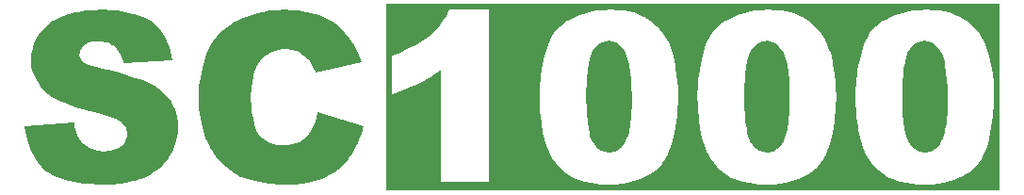
<source format=gto>
G04 Layer_Color=15132400*
%FSLAX25Y25*%
%MOIN*%
G70*
G01*
G75*
G36*
X526776Y104799D02*
X309524D01*
Y170697D01*
X526776D01*
Y104799D01*
D02*
G37*
G36*
X211239Y168588D02*
X212223D01*
X213317Y168478D01*
X214520Y168369D01*
X215832Y168150D01*
X218675Y167603D01*
X221628Y166838D01*
X224362Y165744D01*
X225674Y165088D01*
X226877Y164323D01*
X226987D01*
X227096Y164104D01*
X227862Y163557D01*
X228846Y162463D01*
X230049Y161042D01*
X230705Y160167D01*
X231252Y159183D01*
X231908Y157980D01*
X232455Y156777D01*
X233002Y155464D01*
X233439Y154043D01*
X233767Y152402D01*
X234095Y150762D01*
X216598Y149778D01*
Y149996D01*
X216488Y150434D01*
X216269Y151199D01*
X215941Y152074D01*
X215504Y152949D01*
X215067Y153933D01*
X214410Y154918D01*
X213645Y155683D01*
X213535Y155792D01*
X213207Y156011D01*
X212770Y156230D01*
X212114Y156667D01*
X211239Y156995D01*
X210145Y157214D01*
X208942Y157433D01*
X207521Y157542D01*
X206974D01*
X206427Y157433D01*
X205662Y157324D01*
X204021Y156995D01*
X203256Y156558D01*
X202600Y156121D01*
X202490Y156011D01*
X202381Y155902D01*
X201834Y155246D01*
X201287Y154152D01*
X201178Y153496D01*
X201068Y152840D01*
Y152730D01*
Y152621D01*
X201287Y151965D01*
X201615Y151090D01*
X201943Y150653D01*
X202381Y150215D01*
X202490D01*
X202709Y149996D01*
X203037Y149778D01*
X203693Y149450D01*
X204459Y149121D01*
X205552Y148793D01*
X206865Y148356D01*
X208505Y148028D01*
X208614D01*
X209052Y147919D01*
X209708Y147809D01*
X210473Y147590D01*
X211458Y147372D01*
X212661Y147044D01*
X213973Y146716D01*
X215285Y146388D01*
X218129Y145622D01*
X221081Y144638D01*
X223706Y143654D01*
X224909Y143216D01*
X226003Y142669D01*
X226112D01*
X226221Y142560D01*
X226877Y142232D01*
X227752Y141685D01*
X228955Y140919D01*
X230158Y139935D01*
X231470Y138842D01*
X232674Y137529D01*
X233658Y136108D01*
X233767Y135889D01*
X233986Y135451D01*
X234423Y134577D01*
X234861Y133483D01*
X235298Y132171D01*
X235736Y130749D01*
X235954Y128999D01*
X236064Y127250D01*
Y127140D01*
Y127031D01*
Y126703D01*
Y126265D01*
X235845Y125172D01*
X235626Y123750D01*
X235298Y122110D01*
X234642Y120250D01*
X233876Y118391D01*
X232783Y116532D01*
X232674Y116314D01*
X232236Y115767D01*
X231470Y114892D01*
X230486Y113798D01*
X229174Y112595D01*
X227643Y111392D01*
X225893Y110299D01*
X223815Y109205D01*
X223706D01*
X223597Y109096D01*
X223269Y108986D01*
X222831Y108877D01*
X222284Y108658D01*
X221519Y108440D01*
X220753Y108221D01*
X219878Y108002D01*
X217800Y107565D01*
X215285Y107127D01*
X212551Y106909D01*
X209380Y106799D01*
X207958D01*
X206865Y106909D01*
X205662Y107018D01*
X204240Y107127D01*
X202709Y107237D01*
X200959Y107565D01*
X197460Y108221D01*
X193960Y109205D01*
X192320Y109861D01*
X190789Y110736D01*
X189367Y111611D01*
X188164Y112595D01*
X188055Y112705D01*
X187945Y112923D01*
X187617Y113251D01*
X187289Y113689D01*
X186852Y114236D01*
X186305Y114892D01*
X185758Y115767D01*
X185211Y116642D01*
X184008Y118829D01*
X182915Y121453D01*
X182149Y124297D01*
X181821Y125937D01*
X181602Y127578D01*
X199209Y128781D01*
Y128562D01*
X199319Y128015D01*
X199428Y127250D01*
X199756Y126375D01*
X200412Y124188D01*
X200959Y123094D01*
X201506Y122219D01*
X201615Y122110D01*
X202053Y121672D01*
X202709Y121125D01*
X203584Y120469D01*
X204787Y119704D01*
X206208Y119157D01*
X207849Y118719D01*
X209708Y118610D01*
X210364D01*
X211020Y118719D01*
X212004Y118829D01*
X212989Y119047D01*
X213973Y119376D01*
X214957Y119813D01*
X215832Y120360D01*
X215941Y120469D01*
X216160Y120688D01*
X216488Y121125D01*
X216926Y121563D01*
X217363Y122219D01*
X217691Y122985D01*
X217910Y123859D01*
X218019Y124734D01*
Y124844D01*
Y125172D01*
X217910Y125609D01*
X217800Y126156D01*
X217472Y126812D01*
X217144Y127468D01*
X216598Y128234D01*
X215941Y128890D01*
X215832Y128999D01*
X215504Y129218D01*
X214848Y129546D01*
X213973Y129983D01*
X212661Y130530D01*
X211020Y131186D01*
X210036Y131515D01*
X208942Y131733D01*
X207739Y132061D01*
X206427Y132389D01*
X206318D01*
X205880Y132499D01*
X205224Y132718D01*
X204459Y132827D01*
X203474Y133155D01*
X202271Y133483D01*
X201068Y133811D01*
X199756Y134249D01*
X196803Y135342D01*
X193960Y136545D01*
X191335Y137967D01*
X190132Y138732D01*
X189039Y139607D01*
Y139717D01*
X188820Y139826D01*
X188273Y140373D01*
X187398Y141357D01*
X186524Y142779D01*
X185539Y144419D01*
X184664Y146388D01*
X184118Y148575D01*
X184008Y149778D01*
X183899Y151090D01*
Y151199D01*
Y151309D01*
Y151856D01*
X184008Y152840D01*
X184227Y153933D01*
X184555Y155246D01*
X184993Y156777D01*
X185649Y158308D01*
X186524Y159839D01*
X186633Y160057D01*
X187070Y160495D01*
X187726Y161260D01*
X188601Y162245D01*
X189695Y163229D01*
X191117Y164323D01*
X192757Y165307D01*
X194616Y166291D01*
X194726D01*
X194835Y166400D01*
X195163Y166510D01*
X195600Y166619D01*
X196147Y166838D01*
X196803Y167057D01*
X197569Y167275D01*
X198444Y167494D01*
X199428Y167713D01*
X200631Y167931D01*
X203146Y168369D01*
X206099Y168588D01*
X209380Y168697D01*
X210473D01*
X211239Y168588D01*
D02*
G37*
G36*
X275324D02*
X276308D01*
X277402Y168478D01*
X278605Y168369D01*
X279917Y168150D01*
X282870Y167603D01*
X285822Y166728D01*
X288666Y165635D01*
X289978Y164869D01*
X291290Y164104D01*
X291400D01*
X291618Y163885D01*
X291947Y163666D01*
X292384Y163229D01*
X292931Y162792D01*
X293587Y162135D01*
X294243Y161479D01*
X295009Y160604D01*
X295774Y159730D01*
X296540Y158636D01*
X297415Y157542D01*
X298180Y156230D01*
X298946Y154808D01*
X299711Y153387D01*
X300367Y151746D01*
X301024Y149996D01*
X284619Y146388D01*
Y146497D01*
X284510Y146825D01*
X284291Y147372D01*
X284073Y147919D01*
X283417Y149231D01*
X283088Y149778D01*
X282760Y150324D01*
X282651Y150434D01*
X282542Y150653D01*
X282104Y151090D01*
X281667Y151528D01*
X280464Y152621D01*
X278933Y153605D01*
X278823Y153715D01*
X278605Y153824D01*
X278058Y154043D01*
X277511Y154262D01*
X276746Y154480D01*
X275871Y154589D01*
X274886Y154808D01*
X273246D01*
X272918Y154699D01*
X271715Y154589D01*
X270293Y154152D01*
X268762Y153605D01*
X267122Y152621D01*
X265591Y151418D01*
X264935Y150543D01*
X264279Y149668D01*
X264169Y149450D01*
X263841Y149012D01*
X263513Y148028D01*
X263076Y146825D01*
X262529Y145185D01*
X262201Y143216D01*
X261873Y140810D01*
X261763Y137967D01*
Y137857D01*
Y137529D01*
Y136983D01*
Y136326D01*
X261873Y135561D01*
Y134577D01*
X262091Y132499D01*
X262529Y130312D01*
X262966Y128015D01*
X263732Y125937D01*
X264169Y125062D01*
X264716Y124297D01*
X264825Y124188D01*
X265263Y123750D01*
X266028Y123203D01*
X266903Y122547D01*
X268106Y121782D01*
X269637Y121235D01*
X271278Y120797D01*
X273246Y120688D01*
X274121D01*
X275105Y120797D01*
X276308Y121016D01*
X277620Y121453D01*
X278933Y121891D01*
X280245Y122656D01*
X281339Y123641D01*
X281448Y123750D01*
X281776Y124188D01*
X282323Y124844D01*
X282870Y125828D01*
X283526Y127031D01*
X284182Y128562D01*
X284838Y130312D01*
X285385Y132389D01*
X301570Y127359D01*
Y127250D01*
X301461Y127031D01*
X301352Y126703D01*
X301242Y126265D01*
X300914Y124953D01*
X300258Y123422D01*
X299602Y121563D01*
X298618Y119704D01*
X297633Y117845D01*
X296321Y115986D01*
X296212Y115767D01*
X295665Y115220D01*
X294899Y114454D01*
X293915Y113361D01*
X292603Y112267D01*
X291181Y111174D01*
X289431Y110080D01*
X287572Y109096D01*
X287463D01*
X287353Y108986D01*
X287025Y108877D01*
X286697Y108768D01*
X285494Y108330D01*
X283963Y108002D01*
X282104Y107565D01*
X279808Y107127D01*
X277183Y106909D01*
X274340Y106799D01*
X272699D01*
X271824Y106909D01*
X270950D01*
X269856Y107018D01*
X268653Y107127D01*
X266138Y107455D01*
X263404Y108002D01*
X260779Y108658D01*
X258264Y109533D01*
X258154D01*
X258045Y109643D01*
X257717Y109861D01*
X257279Y110080D01*
X256077Y110845D01*
X254655Y111830D01*
X253014Y113251D01*
X251155Y114892D01*
X249406Y116970D01*
X247656Y119485D01*
Y119594D01*
X247437Y119813D01*
X247218Y120250D01*
X247000Y120797D01*
X246672Y121453D01*
X246234Y122328D01*
X245797Y123313D01*
X245469Y124515D01*
X245031Y125718D01*
X244594Y127140D01*
X244266Y128671D01*
X243828Y130312D01*
X243609Y132061D01*
X243391Y133921D01*
X243172Y137857D01*
Y138076D01*
Y138514D01*
X243281Y139279D01*
Y140263D01*
X243391Y141576D01*
X243609Y142997D01*
X243828Y144528D01*
X244156Y146278D01*
X244594Y148137D01*
X245141Y149996D01*
X245687Y151856D01*
X246453Y153824D01*
X247437Y155683D01*
X248421Y157433D01*
X249624Y159183D01*
X251046Y160714D01*
X251155Y160823D01*
X251374Y161042D01*
X251921Y161479D01*
X252468Y161917D01*
X253343Y162573D01*
X254327Y163229D01*
X255420Y163995D01*
X256842Y164760D01*
X258264Y165416D01*
X260014Y166182D01*
X261873Y166838D01*
X263841Y167494D01*
X266028Y167931D01*
X268325Y168369D01*
X270840Y168588D01*
X273465Y168697D01*
X274558D01*
X275324Y168588D01*
D02*
G37*
%LPC*%
G36*
X445708Y168697D02*
X444724D01*
X442427Y168588D01*
X440240Y168369D01*
X438272Y168041D01*
X436413Y167603D01*
X434772Y167057D01*
X433241Y166510D01*
X431820Y165854D01*
X430617Y165307D01*
X429523Y164651D01*
X428539Y163995D01*
X427773Y163448D01*
X427117Y162901D01*
X426570Y162463D01*
X426242Y162135D01*
X426023Y161917D01*
X425914Y161807D01*
X424821Y160386D01*
X423946Y158855D01*
X423071Y157105D01*
X422415Y155246D01*
X421321Y151309D01*
X420556Y147372D01*
X420337Y145513D01*
X420118Y143763D01*
X420009Y142122D01*
X419899Y140701D01*
X419790Y139607D01*
Y138732D01*
Y138186D01*
Y137967D01*
X419899Y135451D01*
X420009Y133046D01*
X420227Y130858D01*
X420446Y128999D01*
X420665Y127359D01*
X420774Y126156D01*
X420884Y125718D01*
X420993Y125390D01*
Y125281D01*
Y125172D01*
X421430Y123203D01*
X421977Y121344D01*
X422524Y119813D01*
X423071Y118610D01*
X423508Y117517D01*
X423946Y116860D01*
X424164Y116314D01*
X424274Y116204D01*
X425477Y114564D01*
X426789Y113142D01*
X427992Y111939D01*
X429304Y110955D01*
X430289Y110189D01*
X431164Y109643D01*
X431710Y109315D01*
X431929Y109205D01*
X433788Y108440D01*
X435866Y107783D01*
X437944Y107346D01*
X439912Y107127D01*
X441662Y106909D01*
X442318D01*
X442974Y106799D01*
X444287D01*
X446693Y106909D01*
X448989Y107127D01*
X451067Y107455D01*
X452926Y108002D01*
X454676Y108549D01*
X456207Y109205D01*
X457629Y109861D01*
X458832Y110627D01*
X459925Y111283D01*
X460800Y111939D01*
X461565Y112595D01*
X462222Y113142D01*
X462769Y113689D01*
X463097Y114017D01*
X463206Y114236D01*
X463315Y114345D01*
X464299Y115876D01*
X465174Y117517D01*
X465940Y119376D01*
X466596Y121235D01*
X467580Y125172D01*
X468236Y129109D01*
X468455Y130968D01*
X468565Y132608D01*
X468674Y134139D01*
X468783Y135561D01*
X468893Y136654D01*
Y137420D01*
Y137967D01*
Y138186D01*
X468783Y140810D01*
X468674Y143435D01*
X468346Y145731D01*
X468018Y147809D01*
X467690Y149559D01*
X467580Y150324D01*
X467471Y150871D01*
X467362Y151418D01*
X467252Y151746D01*
X467143Y151965D01*
Y152074D01*
X466815Y153387D01*
X466377Y154480D01*
X466049Y155574D01*
X465721Y156449D01*
X465393Y157214D01*
X465065Y157761D01*
X464956Y158089D01*
X464846Y158198D01*
X463643Y160167D01*
X462987Y161042D01*
X462331Y161698D01*
X461784Y162354D01*
X461347Y162792D01*
X461019Y163120D01*
X460909Y163229D01*
X459925Y164104D01*
X458941Y164869D01*
X457847Y165525D01*
X456863Y166072D01*
X455988Y166510D01*
X455223Y166947D01*
X454785Y167057D01*
X454566Y167166D01*
X453035Y167713D01*
X451395Y168041D01*
X449755Y168369D01*
X448224Y168478D01*
X446802Y168588D01*
X445708Y168697D01*
D02*
G37*
G36*
X389825D02*
X388841D01*
X386545Y168588D01*
X384357Y168369D01*
X382389Y168041D01*
X380530Y167603D01*
X378889Y167057D01*
X377358Y166510D01*
X375937Y165854D01*
X374734Y165307D01*
X373640Y164651D01*
X372656Y163995D01*
X371890Y163448D01*
X371234Y162901D01*
X370687Y162463D01*
X370359Y162135D01*
X370141Y161917D01*
X370031Y161807D01*
X368938Y160386D01*
X368063Y158855D01*
X367188Y157105D01*
X366532Y155246D01*
X365438Y151309D01*
X364673Y147372D01*
X364454Y145513D01*
X364235Y143763D01*
X364126Y142122D01*
X364016Y140701D01*
X363907Y139607D01*
Y138732D01*
Y138186D01*
Y137967D01*
X364016Y135451D01*
X364126Y133046D01*
X364345Y130858D01*
X364563Y128999D01*
X364782Y127359D01*
X364891Y126156D01*
X365001Y125718D01*
X365110Y125390D01*
Y125281D01*
Y125172D01*
X365547Y123203D01*
X366094Y121344D01*
X366641Y119813D01*
X367188Y118610D01*
X367625Y117517D01*
X368063Y116860D01*
X368282Y116314D01*
X368391Y116204D01*
X369594Y114564D01*
X370906Y113142D01*
X372109Y111939D01*
X373421Y110955D01*
X374406Y110189D01*
X375280Y109643D01*
X375827Y109315D01*
X376046Y109205D01*
X377905Y108440D01*
X379983Y107783D01*
X382061Y107346D01*
X384029Y107127D01*
X385779Y106909D01*
X386435D01*
X387091Y106799D01*
X388404D01*
X390810Y106909D01*
X393106Y107127D01*
X395184Y107455D01*
X397043Y108002D01*
X398793Y108549D01*
X400324Y109205D01*
X401746Y109861D01*
X402949Y110627D01*
X404042Y111283D01*
X404917Y111939D01*
X405683Y112595D01*
X406339Y113142D01*
X406886Y113689D01*
X407214Y114017D01*
X407323Y114236D01*
X407432Y114345D01*
X408417Y115876D01*
X409292Y117517D01*
X410057Y119376D01*
X410713Y121235D01*
X411697Y125172D01*
X412354Y129109D01*
X412572Y130968D01*
X412682Y132608D01*
X412791Y134139D01*
X412900Y135561D01*
X413010Y136654D01*
Y137420D01*
Y137967D01*
Y138186D01*
X412900Y140810D01*
X412791Y143435D01*
X412463Y145731D01*
X412135Y147809D01*
X411807Y149559D01*
X411697Y150324D01*
X411588Y150871D01*
X411479Y151418D01*
X411369Y151746D01*
X411260Y151965D01*
Y152074D01*
X410932Y153387D01*
X410494Y154480D01*
X410166Y155574D01*
X409838Y156449D01*
X409510Y157214D01*
X409182Y157761D01*
X409073Y158089D01*
X408963Y158198D01*
X407760Y160167D01*
X407104Y161042D01*
X406448Y161698D01*
X405901Y162354D01*
X405464Y162792D01*
X405136Y163120D01*
X405026Y163229D01*
X404042Y164104D01*
X403058Y164869D01*
X401964Y165525D01*
X400980Y166072D01*
X400105Y166510D01*
X399340Y166947D01*
X398902Y167057D01*
X398684Y167166D01*
X397152Y167713D01*
X395512Y168041D01*
X393872Y168369D01*
X392341Y168478D01*
X390919Y168588D01*
X389825Y168697D01*
D02*
G37*
G36*
X345863D02*
X332083D01*
X330990Y166619D01*
X329787Y164760D01*
X328584Y163120D01*
X327381Y161807D01*
X326287Y160604D01*
X325412Y159729D01*
X324866Y159292D01*
X324756Y159073D01*
X324647D01*
X322788Y157652D01*
X320601Y156449D01*
X318413Y155355D01*
X316336Y154371D01*
X314476Y153605D01*
X313601Y153277D01*
X312945Y152949D01*
X312289Y152840D01*
X311852Y152621D01*
X311633Y152512D01*
X311524D01*
Y138951D01*
X313601Y139607D01*
X315461Y140154D01*
X316992Y140810D01*
X318413Y141357D01*
X319507Y141794D01*
X320382Y142122D01*
X320819Y142341D01*
X321038Y142451D01*
X322460Y143216D01*
X323881Y144091D01*
X325303Y144966D01*
X326506Y145731D01*
X327490Y146497D01*
X328365Y147044D01*
X328802Y147481D01*
X329021Y147590D01*
Y107783D01*
X345863D01*
Y168697D01*
D02*
G37*
G36*
X501591D02*
X500607D01*
X498311Y168588D01*
X496123Y168369D01*
X494155Y168041D01*
X492296Y167603D01*
X490655Y167057D01*
X489124Y166510D01*
X487703Y165854D01*
X486500Y165307D01*
X485406Y164651D01*
X484422Y163995D01*
X483656Y163448D01*
X483000Y162901D01*
X482453Y162463D01*
X482125Y162135D01*
X481907Y161917D01*
X481797Y161807D01*
X480703Y160386D01*
X479829Y158855D01*
X478954Y157105D01*
X478298Y155246D01*
X477204Y151309D01*
X476439Y147372D01*
X476220Y145513D01*
X476001Y143763D01*
X475892Y142122D01*
X475782Y140701D01*
X475673Y139607D01*
Y138732D01*
Y138186D01*
Y137967D01*
X475782Y135451D01*
X475892Y133046D01*
X476110Y130858D01*
X476329Y128999D01*
X476548Y127359D01*
X476657Y126156D01*
X476767Y125718D01*
X476876Y125390D01*
Y125281D01*
Y125172D01*
X477313Y123203D01*
X477860Y121344D01*
X478407Y119813D01*
X478954Y118610D01*
X479391Y117517D01*
X479829Y116860D01*
X480047Y116314D01*
X480157Y116204D01*
X481360Y114564D01*
X482672Y113142D01*
X483875Y111939D01*
X485187Y110955D01*
X486172Y110189D01*
X487046Y109643D01*
X487593Y109315D01*
X487812Y109205D01*
X489671Y108440D01*
X491749Y107783D01*
X493827Y107346D01*
X495795Y107127D01*
X497545Y106909D01*
X498201D01*
X498857Y106799D01*
X500170D01*
X502576Y106909D01*
X504872Y107127D01*
X506950Y107455D01*
X508809Y108002D01*
X510559Y108549D01*
X512090Y109205D01*
X513512Y109861D01*
X514714Y110627D01*
X515808Y111283D01*
X516683Y111939D01*
X517449Y112595D01*
X518105Y113142D01*
X518651Y113689D01*
X518980Y114017D01*
X519089Y114236D01*
X519198Y114345D01*
X520183Y115876D01*
X521057Y117517D01*
X521823Y119376D01*
X522479Y121235D01*
X523463Y125172D01*
X524120Y129109D01*
X524338Y130968D01*
X524447Y132608D01*
X524557Y134139D01*
X524666Y135561D01*
X524776Y136654D01*
Y137420D01*
Y137967D01*
Y138186D01*
X524666Y140810D01*
X524557Y143435D01*
X524229Y145731D01*
X523901Y147809D01*
X523573Y149559D01*
X523463Y150324D01*
X523354Y150871D01*
X523245Y151418D01*
X523135Y151746D01*
X523026Y151965D01*
Y152074D01*
X522698Y153387D01*
X522260Y154480D01*
X521932Y155574D01*
X521604Y156449D01*
X521276Y157214D01*
X520948Y157761D01*
X520839Y158089D01*
X520729Y158198D01*
X519526Y160167D01*
X518870Y161042D01*
X518214Y161698D01*
X517667Y162354D01*
X517230Y162792D01*
X516902Y163120D01*
X516792Y163229D01*
X515808Y164104D01*
X514824Y164869D01*
X513730Y165525D01*
X512746Y166072D01*
X511871Y166510D01*
X511106Y166947D01*
X510668Y167057D01*
X510450Y167166D01*
X508918Y167713D01*
X507278Y168041D01*
X505638Y168369D01*
X504107Y168478D01*
X502685Y168588D01*
X501591Y168697D01*
D02*
G37*
%LPD*%
G36*
X501482Y157433D02*
X502685Y156995D01*
X503779Y156339D01*
X504653Y155574D01*
X505310Y154808D01*
X505747Y154152D01*
X506075Y153715D01*
X506184Y153496D01*
X506512Y152621D01*
X506841Y151637D01*
X507169Y150434D01*
X507387Y149231D01*
X507716Y146606D01*
X508043Y143872D01*
X508153Y141466D01*
Y140263D01*
X508262Y139389D01*
Y138514D01*
Y137967D01*
Y137529D01*
Y137420D01*
Y134577D01*
X508153Y132171D01*
X507934Y130093D01*
X507825Y128453D01*
X507606Y127140D01*
X507387Y126265D01*
X507278Y125718D01*
Y125500D01*
X506950Y124187D01*
X506512Y122985D01*
X506075Y122110D01*
X505638Y121235D01*
X505200Y120688D01*
X504872Y120250D01*
X504653Y120032D01*
X504544Y119922D01*
X503779Y119376D01*
X503013Y118938D01*
X502357Y118610D01*
X501591Y118391D01*
X501045Y118282D01*
X500498Y118173D01*
X500060D01*
X498748Y118391D01*
X497545Y118829D01*
X496561Y119485D01*
X495686Y120250D01*
X495030Y121016D01*
X494592Y121672D01*
X494264Y122110D01*
X494155Y122328D01*
X493827Y123203D01*
X493499Y124187D01*
X493280Y125281D01*
X493061Y126484D01*
X492624Y129109D01*
X492405Y131733D01*
X492296Y134139D01*
Y135233D01*
X492186Y136108D01*
Y136873D01*
Y137420D01*
Y137857D01*
Y137967D01*
Y140045D01*
X492296Y141904D01*
X492405Y143544D01*
X492514Y145185D01*
X492624Y146497D01*
X492733Y147809D01*
X492952Y148903D01*
X493171Y149887D01*
X493280Y150762D01*
X493499Y151527D01*
X493608Y152074D01*
X493717Y152512D01*
X493827Y152949D01*
X493936Y153168D01*
X494045Y153387D01*
X494811Y154808D01*
X495795Y155902D01*
X496779Y156667D01*
X497764Y157105D01*
X498639Y157433D01*
X499404Y157542D01*
X499842Y157652D01*
X500060D01*
X501482Y157433D01*
D02*
G37*
G36*
X445599D02*
X446802Y156995D01*
X447896Y156339D01*
X448770Y155574D01*
X449427Y154808D01*
X449864Y154152D01*
X450192Y153715D01*
X450302Y153496D01*
X450630Y152621D01*
X450958Y151637D01*
X451286Y150434D01*
X451504Y149231D01*
X451832Y146606D01*
X452161Y143872D01*
X452270Y141466D01*
Y140263D01*
X452379Y139389D01*
Y138514D01*
Y137967D01*
Y137529D01*
Y137420D01*
Y134577D01*
X452270Y132171D01*
X452051Y130093D01*
X451942Y128453D01*
X451723Y127140D01*
X451504Y126265D01*
X451395Y125718D01*
Y125500D01*
X451067Y124187D01*
X450630Y122985D01*
X450192Y122110D01*
X449755Y121235D01*
X449317Y120688D01*
X448989Y120250D01*
X448770Y120032D01*
X448661Y119922D01*
X447896Y119376D01*
X447130Y118938D01*
X446474Y118610D01*
X445708Y118391D01*
X445161Y118282D01*
X444615Y118173D01*
X444177D01*
X442865Y118391D01*
X441662Y118829D01*
X440678Y119485D01*
X439803Y120250D01*
X439147Y121016D01*
X438709Y121672D01*
X438381Y122110D01*
X438272Y122328D01*
X437944Y123203D01*
X437616Y124187D01*
X437397Y125281D01*
X437178Y126484D01*
X436741Y129109D01*
X436522Y131733D01*
X436413Y134139D01*
Y135233D01*
X436303Y136108D01*
Y136873D01*
Y137420D01*
Y137857D01*
Y137967D01*
Y140045D01*
X436413Y141904D01*
X436522Y143544D01*
X436631Y145185D01*
X436741Y146497D01*
X436850Y147809D01*
X437069Y148903D01*
X437288Y149887D01*
X437397Y150762D01*
X437616Y151527D01*
X437725Y152074D01*
X437834Y152512D01*
X437944Y152949D01*
X438053Y153168D01*
X438163Y153387D01*
X438928Y154808D01*
X439912Y155902D01*
X440897Y156667D01*
X441881Y157105D01*
X442756Y157433D01*
X443521Y157542D01*
X443959Y157652D01*
X444177D01*
X445599Y157433D01*
D02*
G37*
G36*
X389716D02*
X390919Y156995D01*
X392013Y156339D01*
X392887Y155574D01*
X393544Y154808D01*
X393981Y154152D01*
X394309Y153715D01*
X394419Y153496D01*
X394747Y152621D01*
X395075Y151637D01*
X395403Y150434D01*
X395621Y149231D01*
X395950Y146606D01*
X396278Y143872D01*
X396387Y141466D01*
Y140263D01*
X396496Y139389D01*
Y138514D01*
Y137967D01*
Y137529D01*
Y137420D01*
Y134577D01*
X396387Y132171D01*
X396168Y130093D01*
X396059Y128453D01*
X395840Y127140D01*
X395621Y126265D01*
X395512Y125718D01*
Y125500D01*
X395184Y124187D01*
X394747Y122985D01*
X394309Y122110D01*
X393872Y121235D01*
X393434Y120688D01*
X393106Y120250D01*
X392887Y120032D01*
X392778Y119922D01*
X392013Y119376D01*
X391247Y118938D01*
X390591Y118610D01*
X389825Y118391D01*
X389279Y118282D01*
X388732Y118173D01*
X388294D01*
X386982Y118391D01*
X385779Y118829D01*
X384795Y119485D01*
X383920Y120250D01*
X383264Y121016D01*
X382826Y121672D01*
X382498Y122110D01*
X382389Y122328D01*
X382061Y123203D01*
X381733Y124187D01*
X381514Y125281D01*
X381295Y126484D01*
X380858Y129109D01*
X380639Y131733D01*
X380530Y134139D01*
Y135233D01*
X380420Y136108D01*
Y136873D01*
Y137420D01*
Y137857D01*
Y137967D01*
Y140045D01*
X380530Y141904D01*
X380639Y143544D01*
X380749Y145185D01*
X380858Y146497D01*
X380967Y147809D01*
X381186Y148903D01*
X381405Y149887D01*
X381514Y150762D01*
X381733Y151527D01*
X381842Y152074D01*
X381951Y152512D01*
X382061Y152949D01*
X382170Y153168D01*
X382280Y153387D01*
X383045Y154808D01*
X384029Y155902D01*
X385014Y156667D01*
X385998Y157105D01*
X386873Y157433D01*
X387638Y157542D01*
X388076Y157652D01*
X388294D01*
X389716Y157433D01*
D02*
G37*
M02*

</source>
